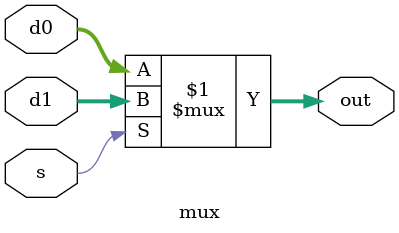
<source format=sv>

module mux #(parameter WIDTH = 4)
			(input logic [WIDTH-1:0] d0, d1,
			input logic s,
			output logic [WIDTH-1:0] out);
			
	assign out = s ? d1 : d0;
	
 endmodule 
</source>
